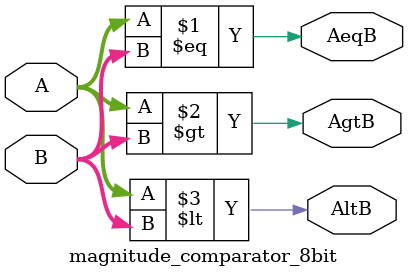
<source format=v>
`timescale 1ns / 1ns


module magnitude_comparator_8bit(A, B, AgtB, AeqB, AltB);
parameter BUS=8;
parameter EQ_DELAY = 5, LT_DELAY=8, GT_DELAY=8;
input [1:BUS] A,B;
output AgtB, AeqB, AltB;

assign #EQ_DELAY  AeqB = A==B;
assign #GT_DELAY  AgtB = A>B;
assign #LT_DELAY  AltB = A<B;
endmodule

</source>
